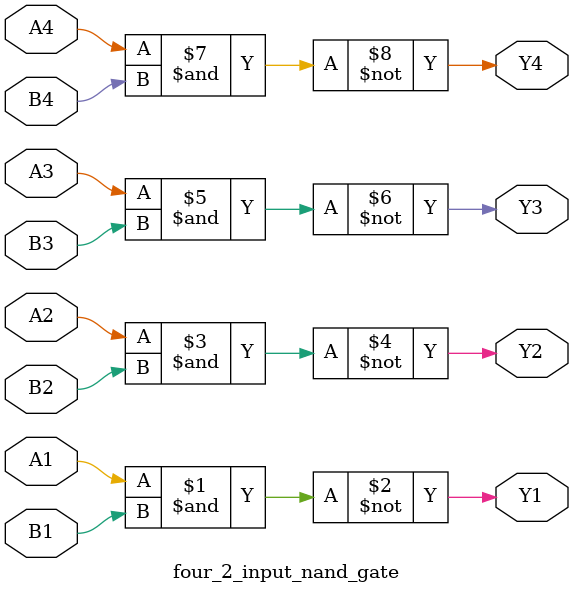
<source format=v>
`timescale 1ns / 1ps


module four_2_input_nand_gate #(parameter Delay = 0)(
    input wire A1,B1,A2,B2,A3,B3,A4,B4,
    output wire Y1,Y2,Y3,Y4
    );
    
    nand #Delay (Y1,A1,B1);
    nand #Delay (Y2,A2,B2);
    nand #Delay (Y3,A3,B3);
    nand #Delay (Y4,A4,B4);
    
endmodule

</source>
